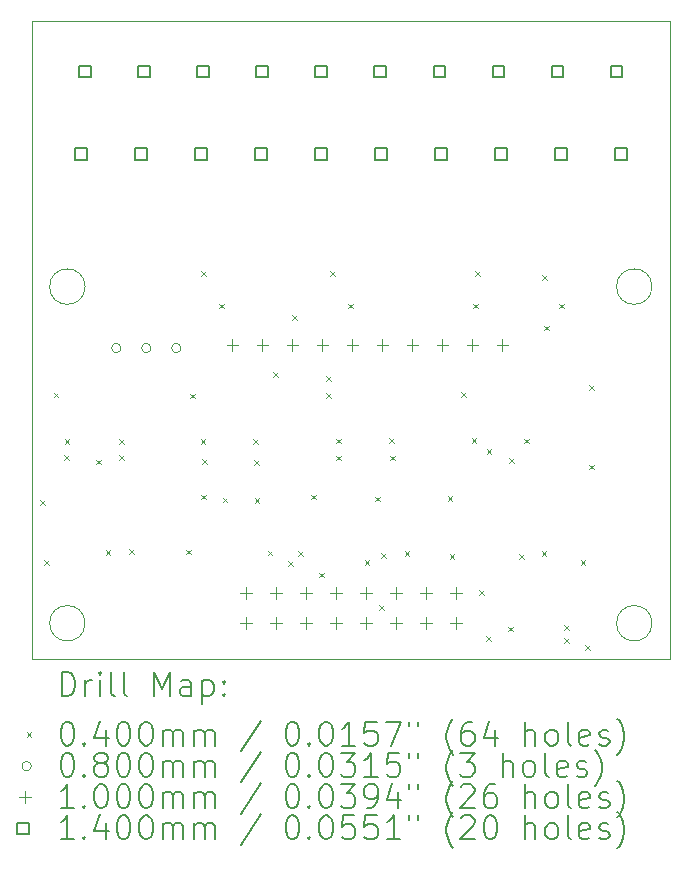
<source format=gbr>
%TF.GenerationSoftware,KiCad,Pcbnew,6.0.11+dfsg-1~bpo11+1*%
%TF.CreationDate,2023-07-05T16:39:27+02:00*%
%TF.ProjectId,ain4rib21,61696e34-7269-4623-9231-2e6b69636164,1.1*%
%TF.SameCoordinates,Original*%
%TF.FileFunction,Drillmap*%
%TF.FilePolarity,Positive*%
%FSLAX45Y45*%
G04 Gerber Fmt 4.5, Leading zero omitted, Abs format (unit mm)*
G04 Created by KiCad (PCBNEW 6.0.11+dfsg-1~bpo11+1) date 2023-07-05 16:39:27*
%MOMM*%
%LPD*%
G01*
G04 APERTURE LIST*
%ADD10C,0.100000*%
%ADD11C,0.200000*%
%ADD12C,0.040000*%
%ADD13C,0.080000*%
%ADD14C,0.140000*%
G04 APERTURE END LIST*
D10*
X18050000Y-11700000D02*
G75*
G03*
X18050000Y-11700000I-150000J0D01*
G01*
X13250000Y-8850000D02*
G75*
G03*
X13250000Y-8850000I-150000J0D01*
G01*
X18050000Y-8850000D02*
G75*
G03*
X18050000Y-8850000I-150000J0D01*
G01*
X13250000Y-11700000D02*
G75*
G03*
X13250000Y-11700000I-150000J0D01*
G01*
X12800000Y-12000000D02*
X18200000Y-12000000D01*
X18200000Y-12000000D02*
X18200000Y-6600000D01*
X18200000Y-6600000D02*
X12800000Y-6600000D01*
X12800000Y-6600000D02*
X12800000Y-12000000D01*
D11*
D12*
X12868000Y-10658000D02*
X12908000Y-10698000D01*
X12908000Y-10658000D02*
X12868000Y-10698000D01*
X12905000Y-11165000D02*
X12945000Y-11205000D01*
X12945000Y-11165000D02*
X12905000Y-11205000D01*
X12983000Y-9748000D02*
X13023000Y-9788000D01*
X13023000Y-9748000D02*
X12983000Y-9788000D01*
X13075770Y-10275770D02*
X13115770Y-10315770D01*
X13115770Y-10275770D02*
X13075770Y-10315770D01*
X13077000Y-10139000D02*
X13117000Y-10179000D01*
X13117000Y-10139000D02*
X13077000Y-10179000D01*
X13345000Y-10315000D02*
X13385000Y-10355000D01*
X13385000Y-10315000D02*
X13345000Y-10355000D01*
X13425000Y-11080000D02*
X13465000Y-11120000D01*
X13465000Y-11080000D02*
X13425000Y-11120000D01*
X13537000Y-10275000D02*
X13577000Y-10315000D01*
X13577000Y-10275000D02*
X13537000Y-10315000D01*
X13538000Y-10141000D02*
X13578000Y-10181000D01*
X13578000Y-10141000D02*
X13538000Y-10181000D01*
X13625000Y-11075000D02*
X13665000Y-11115000D01*
X13665000Y-11075000D02*
X13625000Y-11115000D01*
X14105000Y-11077550D02*
X14145000Y-11117550D01*
X14145000Y-11077550D02*
X14105000Y-11117550D01*
X14142000Y-9756000D02*
X14182000Y-9796000D01*
X14182000Y-9756000D02*
X14142000Y-9796000D01*
X14229550Y-10139847D02*
X14269550Y-10179847D01*
X14269550Y-10139847D02*
X14229550Y-10179847D01*
X14234000Y-10610000D02*
X14274000Y-10650000D01*
X14274000Y-10610000D02*
X14234000Y-10650000D01*
X14235000Y-8718000D02*
X14275000Y-8758000D01*
X14275000Y-8718000D02*
X14235000Y-8758000D01*
X14242000Y-10310000D02*
X14282000Y-10350000D01*
X14282000Y-10310000D02*
X14242000Y-10350000D01*
X14383000Y-8993000D02*
X14423000Y-9033000D01*
X14423000Y-8993000D02*
X14383000Y-9033000D01*
X14414000Y-10636000D02*
X14454000Y-10676000D01*
X14454000Y-10636000D02*
X14414000Y-10676000D01*
X14676000Y-10139000D02*
X14716000Y-10179000D01*
X14716000Y-10139000D02*
X14676000Y-10179000D01*
X14682000Y-10317450D02*
X14722000Y-10357450D01*
X14722000Y-10317450D02*
X14682000Y-10357450D01*
X14686000Y-10640000D02*
X14726000Y-10680000D01*
X14726000Y-10640000D02*
X14686000Y-10680000D01*
X14797000Y-11085000D02*
X14837000Y-11125000D01*
X14837000Y-11085000D02*
X14797000Y-11125000D01*
X14845000Y-9575000D02*
X14885000Y-9615000D01*
X14885000Y-9575000D02*
X14845000Y-9615000D01*
X14967000Y-11173000D02*
X15007000Y-11213000D01*
X15007000Y-11173000D02*
X14967000Y-11213000D01*
X15002500Y-9092500D02*
X15042500Y-9132500D01*
X15042500Y-9092500D02*
X15002500Y-9132500D01*
X15052500Y-11092500D02*
X15092500Y-11132500D01*
X15092500Y-11092500D02*
X15052500Y-11132500D01*
X15162000Y-10612000D02*
X15202000Y-10652000D01*
X15202000Y-10612000D02*
X15162000Y-10652000D01*
X15230000Y-11272500D02*
X15270000Y-11312500D01*
X15270000Y-11272500D02*
X15230000Y-11312500D01*
X15290000Y-9605000D02*
X15330000Y-9645000D01*
X15330000Y-9605000D02*
X15290000Y-9645000D01*
X15293000Y-9754000D02*
X15333000Y-9794000D01*
X15333000Y-9754000D02*
X15293000Y-9794000D01*
X15323000Y-8718000D02*
X15363000Y-8758000D01*
X15363000Y-8718000D02*
X15323000Y-8758000D01*
X15375957Y-10280408D02*
X15415957Y-10320408D01*
X15415957Y-10280408D02*
X15375957Y-10320408D01*
X15378550Y-10138000D02*
X15418550Y-10178000D01*
X15418550Y-10138000D02*
X15378550Y-10178000D01*
X15477000Y-8993000D02*
X15517000Y-9033000D01*
X15517000Y-8993000D02*
X15477000Y-9033000D01*
X15617500Y-11167500D02*
X15657500Y-11207500D01*
X15657500Y-11167500D02*
X15617500Y-11207500D01*
X15704000Y-10629000D02*
X15744000Y-10669000D01*
X15744000Y-10629000D02*
X15704000Y-10669000D01*
X15742000Y-11549000D02*
X15782000Y-11589000D01*
X15782000Y-11549000D02*
X15742000Y-11589000D01*
X15758000Y-11106000D02*
X15798000Y-11146000D01*
X15798000Y-11106000D02*
X15758000Y-11146000D01*
X15823000Y-10134000D02*
X15863000Y-10174000D01*
X15863000Y-10134000D02*
X15823000Y-10174000D01*
X15831000Y-10280000D02*
X15871000Y-10320000D01*
X15871000Y-10280000D02*
X15831000Y-10320000D01*
X15956000Y-11091000D02*
X15996000Y-11131000D01*
X15996000Y-11091000D02*
X15956000Y-11131000D01*
X16320000Y-10622000D02*
X16360000Y-10662000D01*
X16360000Y-10622000D02*
X16320000Y-10662000D01*
X16336000Y-11117000D02*
X16376000Y-11157000D01*
X16376000Y-11117000D02*
X16336000Y-11157000D01*
X16437000Y-9743000D02*
X16477000Y-9783000D01*
X16477000Y-9743000D02*
X16437000Y-9783000D01*
X16523000Y-10134000D02*
X16563000Y-10174000D01*
X16563000Y-10134000D02*
X16523000Y-10174000D01*
X16537000Y-8993000D02*
X16577000Y-9033000D01*
X16577000Y-8993000D02*
X16537000Y-9033000D01*
X16553000Y-8719000D02*
X16593000Y-8759000D01*
X16593000Y-8719000D02*
X16553000Y-8759000D01*
X16585000Y-11421000D02*
X16625000Y-11461000D01*
X16625000Y-11421000D02*
X16585000Y-11461000D01*
X16647000Y-11810550D02*
X16687000Y-11850550D01*
X16687000Y-11810550D02*
X16647000Y-11850550D01*
X16650000Y-10226000D02*
X16690000Y-10266000D01*
X16690000Y-10226000D02*
X16650000Y-10266000D01*
X16832000Y-11729000D02*
X16872000Y-11769000D01*
X16872000Y-11729000D02*
X16832000Y-11769000D01*
X16842000Y-10304000D02*
X16882000Y-10344000D01*
X16882000Y-10304000D02*
X16842000Y-10344000D01*
X16924000Y-11116000D02*
X16964000Y-11156000D01*
X16964000Y-11116000D02*
X16924000Y-11156000D01*
X16967000Y-10136000D02*
X17007000Y-10176000D01*
X17007000Y-10136000D02*
X16967000Y-10176000D01*
X17117000Y-11089000D02*
X17157000Y-11129000D01*
X17157000Y-11089000D02*
X17117000Y-11129000D01*
X17122000Y-8751000D02*
X17162000Y-8791000D01*
X17162000Y-8751000D02*
X17122000Y-8791000D01*
X17140000Y-9180000D02*
X17180000Y-9220000D01*
X17180000Y-9180000D02*
X17140000Y-9220000D01*
X17263000Y-8993000D02*
X17303000Y-9033000D01*
X17303000Y-8993000D02*
X17263000Y-9033000D01*
X17305000Y-11714000D02*
X17345000Y-11754000D01*
X17345000Y-11714000D02*
X17305000Y-11754000D01*
X17308000Y-11827000D02*
X17348000Y-11867000D01*
X17348000Y-11827000D02*
X17308000Y-11867000D01*
X17446000Y-11164000D02*
X17486000Y-11204000D01*
X17486000Y-11164000D02*
X17446000Y-11204000D01*
X17482000Y-11885000D02*
X17522000Y-11925000D01*
X17522000Y-11885000D02*
X17482000Y-11925000D01*
X17517500Y-9685000D02*
X17557500Y-9725000D01*
X17557500Y-9685000D02*
X17517500Y-9725000D01*
X17521000Y-10356000D02*
X17561000Y-10396000D01*
X17561000Y-10356000D02*
X17521000Y-10396000D01*
D13*
X13555000Y-9370000D02*
G75*
G03*
X13555000Y-9370000I-40000J0D01*
G01*
X13809000Y-9370000D02*
G75*
G03*
X13809000Y-9370000I-40000J0D01*
G01*
X14063000Y-9370000D02*
G75*
G03*
X14063000Y-9370000I-40000J0D01*
G01*
D10*
X14498000Y-9295000D02*
X14498000Y-9395000D01*
X14448000Y-9345000D02*
X14548000Y-9345000D01*
X14611000Y-11393250D02*
X14611000Y-11493250D01*
X14561000Y-11443250D02*
X14661000Y-11443250D01*
X14611000Y-11647250D02*
X14611000Y-11747250D01*
X14561000Y-11697250D02*
X14661000Y-11697250D01*
X14752000Y-9295000D02*
X14752000Y-9395000D01*
X14702000Y-9345000D02*
X14802000Y-9345000D01*
X14865000Y-11393250D02*
X14865000Y-11493250D01*
X14815000Y-11443250D02*
X14915000Y-11443250D01*
X14865000Y-11647250D02*
X14865000Y-11747250D01*
X14815000Y-11697250D02*
X14915000Y-11697250D01*
X15006000Y-9295000D02*
X15006000Y-9395000D01*
X14956000Y-9345000D02*
X15056000Y-9345000D01*
X15119000Y-11393250D02*
X15119000Y-11493250D01*
X15069000Y-11443250D02*
X15169000Y-11443250D01*
X15119000Y-11647250D02*
X15119000Y-11747250D01*
X15069000Y-11697250D02*
X15169000Y-11697250D01*
X15260000Y-9295000D02*
X15260000Y-9395000D01*
X15210000Y-9345000D02*
X15310000Y-9345000D01*
X15373000Y-11393250D02*
X15373000Y-11493250D01*
X15323000Y-11443250D02*
X15423000Y-11443250D01*
X15373000Y-11647250D02*
X15373000Y-11747250D01*
X15323000Y-11697250D02*
X15423000Y-11697250D01*
X15514000Y-9295000D02*
X15514000Y-9395000D01*
X15464000Y-9345000D02*
X15564000Y-9345000D01*
X15627000Y-11393250D02*
X15627000Y-11493250D01*
X15577000Y-11443250D02*
X15677000Y-11443250D01*
X15627000Y-11647250D02*
X15627000Y-11747250D01*
X15577000Y-11697250D02*
X15677000Y-11697250D01*
X15768000Y-9295000D02*
X15768000Y-9395000D01*
X15718000Y-9345000D02*
X15818000Y-9345000D01*
X15881000Y-11393250D02*
X15881000Y-11493250D01*
X15831000Y-11443250D02*
X15931000Y-11443250D01*
X15881000Y-11647250D02*
X15881000Y-11747250D01*
X15831000Y-11697250D02*
X15931000Y-11697250D01*
X16022000Y-9295000D02*
X16022000Y-9395000D01*
X15972000Y-9345000D02*
X16072000Y-9345000D01*
X16135000Y-11393250D02*
X16135000Y-11493250D01*
X16085000Y-11443250D02*
X16185000Y-11443250D01*
X16135000Y-11647250D02*
X16135000Y-11747250D01*
X16085000Y-11697250D02*
X16185000Y-11697250D01*
X16276000Y-9295000D02*
X16276000Y-9395000D01*
X16226000Y-9345000D02*
X16326000Y-9345000D01*
X16389000Y-11393250D02*
X16389000Y-11493250D01*
X16339000Y-11443250D02*
X16439000Y-11443250D01*
X16389000Y-11647250D02*
X16389000Y-11747250D01*
X16339000Y-11697250D02*
X16439000Y-11697250D01*
X16530000Y-9295000D02*
X16530000Y-9395000D01*
X16480000Y-9345000D02*
X16580000Y-9345000D01*
X16784000Y-9295000D02*
X16784000Y-9395000D01*
X16734000Y-9345000D02*
X16834000Y-9345000D01*
D14*
X13263498Y-7777248D02*
X13263498Y-7678252D01*
X13164502Y-7678252D01*
X13164502Y-7777248D01*
X13263498Y-7777248D01*
X13299498Y-7077248D02*
X13299498Y-6978252D01*
X13200502Y-6978252D01*
X13200502Y-7077248D01*
X13299498Y-7077248D01*
X13771498Y-7777248D02*
X13771498Y-7678252D01*
X13672502Y-7678252D01*
X13672502Y-7777248D01*
X13771498Y-7777248D01*
X13799498Y-7077248D02*
X13799498Y-6978252D01*
X13700502Y-6978252D01*
X13700502Y-7077248D01*
X13799498Y-7077248D01*
X14279498Y-7777248D02*
X14279498Y-7678252D01*
X14180502Y-7678252D01*
X14180502Y-7777248D01*
X14279498Y-7777248D01*
X14299498Y-7077248D02*
X14299498Y-6978252D01*
X14200502Y-6978252D01*
X14200502Y-7077248D01*
X14299498Y-7077248D01*
X14787498Y-7777248D02*
X14787498Y-7678252D01*
X14688502Y-7678252D01*
X14688502Y-7777248D01*
X14787498Y-7777248D01*
X14799498Y-7077248D02*
X14799498Y-6978252D01*
X14700502Y-6978252D01*
X14700502Y-7077248D01*
X14799498Y-7077248D01*
X15295498Y-7777248D02*
X15295498Y-7678252D01*
X15196502Y-7678252D01*
X15196502Y-7777248D01*
X15295498Y-7777248D01*
X15299498Y-7077248D02*
X15299498Y-6978252D01*
X15200502Y-6978252D01*
X15200502Y-7077248D01*
X15299498Y-7077248D01*
X15799498Y-7077248D02*
X15799498Y-6978252D01*
X15700502Y-6978252D01*
X15700502Y-7077248D01*
X15799498Y-7077248D01*
X15803498Y-7777248D02*
X15803498Y-7678252D01*
X15704502Y-7678252D01*
X15704502Y-7777248D01*
X15803498Y-7777248D01*
X16299498Y-7077248D02*
X16299498Y-6978252D01*
X16200502Y-6978252D01*
X16200502Y-7077248D01*
X16299498Y-7077248D01*
X16311498Y-7777248D02*
X16311498Y-7678252D01*
X16212502Y-7678252D01*
X16212502Y-7777248D01*
X16311498Y-7777248D01*
X16799498Y-7077248D02*
X16799498Y-6978252D01*
X16700502Y-6978252D01*
X16700502Y-7077248D01*
X16799498Y-7077248D01*
X16819498Y-7777248D02*
X16819498Y-7678252D01*
X16720502Y-7678252D01*
X16720502Y-7777248D01*
X16819498Y-7777248D01*
X17299498Y-7077248D02*
X17299498Y-6978252D01*
X17200502Y-6978252D01*
X17200502Y-7077248D01*
X17299498Y-7077248D01*
X17327498Y-7777248D02*
X17327498Y-7678252D01*
X17228502Y-7678252D01*
X17228502Y-7777248D01*
X17327498Y-7777248D01*
X17799498Y-7077248D02*
X17799498Y-6978252D01*
X17700502Y-6978252D01*
X17700502Y-7077248D01*
X17799498Y-7077248D01*
X17835498Y-7777248D02*
X17835498Y-7678252D01*
X17736502Y-7678252D01*
X17736502Y-7777248D01*
X17835498Y-7777248D01*
D11*
X13052619Y-12315476D02*
X13052619Y-12115476D01*
X13100238Y-12115476D01*
X13128809Y-12125000D01*
X13147857Y-12144048D01*
X13157381Y-12163095D01*
X13166905Y-12201190D01*
X13166905Y-12229762D01*
X13157381Y-12267857D01*
X13147857Y-12286905D01*
X13128809Y-12305952D01*
X13100238Y-12315476D01*
X13052619Y-12315476D01*
X13252619Y-12315476D02*
X13252619Y-12182143D01*
X13252619Y-12220238D02*
X13262143Y-12201190D01*
X13271667Y-12191667D01*
X13290714Y-12182143D01*
X13309762Y-12182143D01*
X13376428Y-12315476D02*
X13376428Y-12182143D01*
X13376428Y-12115476D02*
X13366905Y-12125000D01*
X13376428Y-12134524D01*
X13385952Y-12125000D01*
X13376428Y-12115476D01*
X13376428Y-12134524D01*
X13500238Y-12315476D02*
X13481190Y-12305952D01*
X13471667Y-12286905D01*
X13471667Y-12115476D01*
X13605000Y-12315476D02*
X13585952Y-12305952D01*
X13576428Y-12286905D01*
X13576428Y-12115476D01*
X13833571Y-12315476D02*
X13833571Y-12115476D01*
X13900238Y-12258333D01*
X13966905Y-12115476D01*
X13966905Y-12315476D01*
X14147857Y-12315476D02*
X14147857Y-12210714D01*
X14138333Y-12191667D01*
X14119286Y-12182143D01*
X14081190Y-12182143D01*
X14062143Y-12191667D01*
X14147857Y-12305952D02*
X14128809Y-12315476D01*
X14081190Y-12315476D01*
X14062143Y-12305952D01*
X14052619Y-12286905D01*
X14052619Y-12267857D01*
X14062143Y-12248809D01*
X14081190Y-12239286D01*
X14128809Y-12239286D01*
X14147857Y-12229762D01*
X14243095Y-12182143D02*
X14243095Y-12382143D01*
X14243095Y-12191667D02*
X14262143Y-12182143D01*
X14300238Y-12182143D01*
X14319286Y-12191667D01*
X14328809Y-12201190D01*
X14338333Y-12220238D01*
X14338333Y-12277381D01*
X14328809Y-12296428D01*
X14319286Y-12305952D01*
X14300238Y-12315476D01*
X14262143Y-12315476D01*
X14243095Y-12305952D01*
X14424048Y-12296428D02*
X14433571Y-12305952D01*
X14424048Y-12315476D01*
X14414524Y-12305952D01*
X14424048Y-12296428D01*
X14424048Y-12315476D01*
X14424048Y-12191667D02*
X14433571Y-12201190D01*
X14424048Y-12210714D01*
X14414524Y-12201190D01*
X14424048Y-12191667D01*
X14424048Y-12210714D01*
D12*
X12755000Y-12625000D02*
X12795000Y-12665000D01*
X12795000Y-12625000D02*
X12755000Y-12665000D01*
D11*
X13090714Y-12535476D02*
X13109762Y-12535476D01*
X13128809Y-12545000D01*
X13138333Y-12554524D01*
X13147857Y-12573571D01*
X13157381Y-12611667D01*
X13157381Y-12659286D01*
X13147857Y-12697381D01*
X13138333Y-12716428D01*
X13128809Y-12725952D01*
X13109762Y-12735476D01*
X13090714Y-12735476D01*
X13071667Y-12725952D01*
X13062143Y-12716428D01*
X13052619Y-12697381D01*
X13043095Y-12659286D01*
X13043095Y-12611667D01*
X13052619Y-12573571D01*
X13062143Y-12554524D01*
X13071667Y-12545000D01*
X13090714Y-12535476D01*
X13243095Y-12716428D02*
X13252619Y-12725952D01*
X13243095Y-12735476D01*
X13233571Y-12725952D01*
X13243095Y-12716428D01*
X13243095Y-12735476D01*
X13424048Y-12602143D02*
X13424048Y-12735476D01*
X13376428Y-12525952D02*
X13328809Y-12668809D01*
X13452619Y-12668809D01*
X13566905Y-12535476D02*
X13585952Y-12535476D01*
X13605000Y-12545000D01*
X13614524Y-12554524D01*
X13624048Y-12573571D01*
X13633571Y-12611667D01*
X13633571Y-12659286D01*
X13624048Y-12697381D01*
X13614524Y-12716428D01*
X13605000Y-12725952D01*
X13585952Y-12735476D01*
X13566905Y-12735476D01*
X13547857Y-12725952D01*
X13538333Y-12716428D01*
X13528809Y-12697381D01*
X13519286Y-12659286D01*
X13519286Y-12611667D01*
X13528809Y-12573571D01*
X13538333Y-12554524D01*
X13547857Y-12545000D01*
X13566905Y-12535476D01*
X13757381Y-12535476D02*
X13776428Y-12535476D01*
X13795476Y-12545000D01*
X13805000Y-12554524D01*
X13814524Y-12573571D01*
X13824048Y-12611667D01*
X13824048Y-12659286D01*
X13814524Y-12697381D01*
X13805000Y-12716428D01*
X13795476Y-12725952D01*
X13776428Y-12735476D01*
X13757381Y-12735476D01*
X13738333Y-12725952D01*
X13728809Y-12716428D01*
X13719286Y-12697381D01*
X13709762Y-12659286D01*
X13709762Y-12611667D01*
X13719286Y-12573571D01*
X13728809Y-12554524D01*
X13738333Y-12545000D01*
X13757381Y-12535476D01*
X13909762Y-12735476D02*
X13909762Y-12602143D01*
X13909762Y-12621190D02*
X13919286Y-12611667D01*
X13938333Y-12602143D01*
X13966905Y-12602143D01*
X13985952Y-12611667D01*
X13995476Y-12630714D01*
X13995476Y-12735476D01*
X13995476Y-12630714D02*
X14005000Y-12611667D01*
X14024048Y-12602143D01*
X14052619Y-12602143D01*
X14071667Y-12611667D01*
X14081190Y-12630714D01*
X14081190Y-12735476D01*
X14176428Y-12735476D02*
X14176428Y-12602143D01*
X14176428Y-12621190D02*
X14185952Y-12611667D01*
X14205000Y-12602143D01*
X14233571Y-12602143D01*
X14252619Y-12611667D01*
X14262143Y-12630714D01*
X14262143Y-12735476D01*
X14262143Y-12630714D02*
X14271667Y-12611667D01*
X14290714Y-12602143D01*
X14319286Y-12602143D01*
X14338333Y-12611667D01*
X14347857Y-12630714D01*
X14347857Y-12735476D01*
X14738333Y-12525952D02*
X14566905Y-12783095D01*
X14995476Y-12535476D02*
X15014524Y-12535476D01*
X15033571Y-12545000D01*
X15043095Y-12554524D01*
X15052619Y-12573571D01*
X15062143Y-12611667D01*
X15062143Y-12659286D01*
X15052619Y-12697381D01*
X15043095Y-12716428D01*
X15033571Y-12725952D01*
X15014524Y-12735476D01*
X14995476Y-12735476D01*
X14976428Y-12725952D01*
X14966905Y-12716428D01*
X14957381Y-12697381D01*
X14947857Y-12659286D01*
X14947857Y-12611667D01*
X14957381Y-12573571D01*
X14966905Y-12554524D01*
X14976428Y-12545000D01*
X14995476Y-12535476D01*
X15147857Y-12716428D02*
X15157381Y-12725952D01*
X15147857Y-12735476D01*
X15138333Y-12725952D01*
X15147857Y-12716428D01*
X15147857Y-12735476D01*
X15281190Y-12535476D02*
X15300238Y-12535476D01*
X15319286Y-12545000D01*
X15328809Y-12554524D01*
X15338333Y-12573571D01*
X15347857Y-12611667D01*
X15347857Y-12659286D01*
X15338333Y-12697381D01*
X15328809Y-12716428D01*
X15319286Y-12725952D01*
X15300238Y-12735476D01*
X15281190Y-12735476D01*
X15262143Y-12725952D01*
X15252619Y-12716428D01*
X15243095Y-12697381D01*
X15233571Y-12659286D01*
X15233571Y-12611667D01*
X15243095Y-12573571D01*
X15252619Y-12554524D01*
X15262143Y-12545000D01*
X15281190Y-12535476D01*
X15538333Y-12735476D02*
X15424048Y-12735476D01*
X15481190Y-12735476D02*
X15481190Y-12535476D01*
X15462143Y-12564048D01*
X15443095Y-12583095D01*
X15424048Y-12592619D01*
X15719286Y-12535476D02*
X15624048Y-12535476D01*
X15614524Y-12630714D01*
X15624048Y-12621190D01*
X15643095Y-12611667D01*
X15690714Y-12611667D01*
X15709762Y-12621190D01*
X15719286Y-12630714D01*
X15728809Y-12649762D01*
X15728809Y-12697381D01*
X15719286Y-12716428D01*
X15709762Y-12725952D01*
X15690714Y-12735476D01*
X15643095Y-12735476D01*
X15624048Y-12725952D01*
X15614524Y-12716428D01*
X15795476Y-12535476D02*
X15928809Y-12535476D01*
X15843095Y-12735476D01*
X15995476Y-12535476D02*
X15995476Y-12573571D01*
X16071667Y-12535476D02*
X16071667Y-12573571D01*
X16366905Y-12811667D02*
X16357381Y-12802143D01*
X16338333Y-12773571D01*
X16328809Y-12754524D01*
X16319286Y-12725952D01*
X16309762Y-12678333D01*
X16309762Y-12640238D01*
X16319286Y-12592619D01*
X16328809Y-12564048D01*
X16338333Y-12545000D01*
X16357381Y-12516428D01*
X16366905Y-12506905D01*
X16528809Y-12535476D02*
X16490714Y-12535476D01*
X16471667Y-12545000D01*
X16462143Y-12554524D01*
X16443095Y-12583095D01*
X16433571Y-12621190D01*
X16433571Y-12697381D01*
X16443095Y-12716428D01*
X16452619Y-12725952D01*
X16471667Y-12735476D01*
X16509762Y-12735476D01*
X16528809Y-12725952D01*
X16538333Y-12716428D01*
X16547857Y-12697381D01*
X16547857Y-12649762D01*
X16538333Y-12630714D01*
X16528809Y-12621190D01*
X16509762Y-12611667D01*
X16471667Y-12611667D01*
X16452619Y-12621190D01*
X16443095Y-12630714D01*
X16433571Y-12649762D01*
X16719286Y-12602143D02*
X16719286Y-12735476D01*
X16671667Y-12525952D02*
X16624048Y-12668809D01*
X16747857Y-12668809D01*
X16976429Y-12735476D02*
X16976429Y-12535476D01*
X17062143Y-12735476D02*
X17062143Y-12630714D01*
X17052619Y-12611667D01*
X17033571Y-12602143D01*
X17005000Y-12602143D01*
X16985952Y-12611667D01*
X16976429Y-12621190D01*
X17185952Y-12735476D02*
X17166905Y-12725952D01*
X17157381Y-12716428D01*
X17147857Y-12697381D01*
X17147857Y-12640238D01*
X17157381Y-12621190D01*
X17166905Y-12611667D01*
X17185952Y-12602143D01*
X17214524Y-12602143D01*
X17233571Y-12611667D01*
X17243095Y-12621190D01*
X17252619Y-12640238D01*
X17252619Y-12697381D01*
X17243095Y-12716428D01*
X17233571Y-12725952D01*
X17214524Y-12735476D01*
X17185952Y-12735476D01*
X17366905Y-12735476D02*
X17347857Y-12725952D01*
X17338333Y-12706905D01*
X17338333Y-12535476D01*
X17519286Y-12725952D02*
X17500238Y-12735476D01*
X17462143Y-12735476D01*
X17443095Y-12725952D01*
X17433571Y-12706905D01*
X17433571Y-12630714D01*
X17443095Y-12611667D01*
X17462143Y-12602143D01*
X17500238Y-12602143D01*
X17519286Y-12611667D01*
X17528810Y-12630714D01*
X17528810Y-12649762D01*
X17433571Y-12668809D01*
X17605000Y-12725952D02*
X17624048Y-12735476D01*
X17662143Y-12735476D01*
X17681190Y-12725952D01*
X17690714Y-12706905D01*
X17690714Y-12697381D01*
X17681190Y-12678333D01*
X17662143Y-12668809D01*
X17633571Y-12668809D01*
X17614524Y-12659286D01*
X17605000Y-12640238D01*
X17605000Y-12630714D01*
X17614524Y-12611667D01*
X17633571Y-12602143D01*
X17662143Y-12602143D01*
X17681190Y-12611667D01*
X17757381Y-12811667D02*
X17766905Y-12802143D01*
X17785952Y-12773571D01*
X17795476Y-12754524D01*
X17805000Y-12725952D01*
X17814524Y-12678333D01*
X17814524Y-12640238D01*
X17805000Y-12592619D01*
X17795476Y-12564048D01*
X17785952Y-12545000D01*
X17766905Y-12516428D01*
X17757381Y-12506905D01*
D13*
X12795000Y-12909000D02*
G75*
G03*
X12795000Y-12909000I-40000J0D01*
G01*
D11*
X13090714Y-12799476D02*
X13109762Y-12799476D01*
X13128809Y-12809000D01*
X13138333Y-12818524D01*
X13147857Y-12837571D01*
X13157381Y-12875667D01*
X13157381Y-12923286D01*
X13147857Y-12961381D01*
X13138333Y-12980428D01*
X13128809Y-12989952D01*
X13109762Y-12999476D01*
X13090714Y-12999476D01*
X13071667Y-12989952D01*
X13062143Y-12980428D01*
X13052619Y-12961381D01*
X13043095Y-12923286D01*
X13043095Y-12875667D01*
X13052619Y-12837571D01*
X13062143Y-12818524D01*
X13071667Y-12809000D01*
X13090714Y-12799476D01*
X13243095Y-12980428D02*
X13252619Y-12989952D01*
X13243095Y-12999476D01*
X13233571Y-12989952D01*
X13243095Y-12980428D01*
X13243095Y-12999476D01*
X13366905Y-12885190D02*
X13347857Y-12875667D01*
X13338333Y-12866143D01*
X13328809Y-12847095D01*
X13328809Y-12837571D01*
X13338333Y-12818524D01*
X13347857Y-12809000D01*
X13366905Y-12799476D01*
X13405000Y-12799476D01*
X13424048Y-12809000D01*
X13433571Y-12818524D01*
X13443095Y-12837571D01*
X13443095Y-12847095D01*
X13433571Y-12866143D01*
X13424048Y-12875667D01*
X13405000Y-12885190D01*
X13366905Y-12885190D01*
X13347857Y-12894714D01*
X13338333Y-12904238D01*
X13328809Y-12923286D01*
X13328809Y-12961381D01*
X13338333Y-12980428D01*
X13347857Y-12989952D01*
X13366905Y-12999476D01*
X13405000Y-12999476D01*
X13424048Y-12989952D01*
X13433571Y-12980428D01*
X13443095Y-12961381D01*
X13443095Y-12923286D01*
X13433571Y-12904238D01*
X13424048Y-12894714D01*
X13405000Y-12885190D01*
X13566905Y-12799476D02*
X13585952Y-12799476D01*
X13605000Y-12809000D01*
X13614524Y-12818524D01*
X13624048Y-12837571D01*
X13633571Y-12875667D01*
X13633571Y-12923286D01*
X13624048Y-12961381D01*
X13614524Y-12980428D01*
X13605000Y-12989952D01*
X13585952Y-12999476D01*
X13566905Y-12999476D01*
X13547857Y-12989952D01*
X13538333Y-12980428D01*
X13528809Y-12961381D01*
X13519286Y-12923286D01*
X13519286Y-12875667D01*
X13528809Y-12837571D01*
X13538333Y-12818524D01*
X13547857Y-12809000D01*
X13566905Y-12799476D01*
X13757381Y-12799476D02*
X13776428Y-12799476D01*
X13795476Y-12809000D01*
X13805000Y-12818524D01*
X13814524Y-12837571D01*
X13824048Y-12875667D01*
X13824048Y-12923286D01*
X13814524Y-12961381D01*
X13805000Y-12980428D01*
X13795476Y-12989952D01*
X13776428Y-12999476D01*
X13757381Y-12999476D01*
X13738333Y-12989952D01*
X13728809Y-12980428D01*
X13719286Y-12961381D01*
X13709762Y-12923286D01*
X13709762Y-12875667D01*
X13719286Y-12837571D01*
X13728809Y-12818524D01*
X13738333Y-12809000D01*
X13757381Y-12799476D01*
X13909762Y-12999476D02*
X13909762Y-12866143D01*
X13909762Y-12885190D02*
X13919286Y-12875667D01*
X13938333Y-12866143D01*
X13966905Y-12866143D01*
X13985952Y-12875667D01*
X13995476Y-12894714D01*
X13995476Y-12999476D01*
X13995476Y-12894714D02*
X14005000Y-12875667D01*
X14024048Y-12866143D01*
X14052619Y-12866143D01*
X14071667Y-12875667D01*
X14081190Y-12894714D01*
X14081190Y-12999476D01*
X14176428Y-12999476D02*
X14176428Y-12866143D01*
X14176428Y-12885190D02*
X14185952Y-12875667D01*
X14205000Y-12866143D01*
X14233571Y-12866143D01*
X14252619Y-12875667D01*
X14262143Y-12894714D01*
X14262143Y-12999476D01*
X14262143Y-12894714D02*
X14271667Y-12875667D01*
X14290714Y-12866143D01*
X14319286Y-12866143D01*
X14338333Y-12875667D01*
X14347857Y-12894714D01*
X14347857Y-12999476D01*
X14738333Y-12789952D02*
X14566905Y-13047095D01*
X14995476Y-12799476D02*
X15014524Y-12799476D01*
X15033571Y-12809000D01*
X15043095Y-12818524D01*
X15052619Y-12837571D01*
X15062143Y-12875667D01*
X15062143Y-12923286D01*
X15052619Y-12961381D01*
X15043095Y-12980428D01*
X15033571Y-12989952D01*
X15014524Y-12999476D01*
X14995476Y-12999476D01*
X14976428Y-12989952D01*
X14966905Y-12980428D01*
X14957381Y-12961381D01*
X14947857Y-12923286D01*
X14947857Y-12875667D01*
X14957381Y-12837571D01*
X14966905Y-12818524D01*
X14976428Y-12809000D01*
X14995476Y-12799476D01*
X15147857Y-12980428D02*
X15157381Y-12989952D01*
X15147857Y-12999476D01*
X15138333Y-12989952D01*
X15147857Y-12980428D01*
X15147857Y-12999476D01*
X15281190Y-12799476D02*
X15300238Y-12799476D01*
X15319286Y-12809000D01*
X15328809Y-12818524D01*
X15338333Y-12837571D01*
X15347857Y-12875667D01*
X15347857Y-12923286D01*
X15338333Y-12961381D01*
X15328809Y-12980428D01*
X15319286Y-12989952D01*
X15300238Y-12999476D01*
X15281190Y-12999476D01*
X15262143Y-12989952D01*
X15252619Y-12980428D01*
X15243095Y-12961381D01*
X15233571Y-12923286D01*
X15233571Y-12875667D01*
X15243095Y-12837571D01*
X15252619Y-12818524D01*
X15262143Y-12809000D01*
X15281190Y-12799476D01*
X15414524Y-12799476D02*
X15538333Y-12799476D01*
X15471667Y-12875667D01*
X15500238Y-12875667D01*
X15519286Y-12885190D01*
X15528809Y-12894714D01*
X15538333Y-12913762D01*
X15538333Y-12961381D01*
X15528809Y-12980428D01*
X15519286Y-12989952D01*
X15500238Y-12999476D01*
X15443095Y-12999476D01*
X15424048Y-12989952D01*
X15414524Y-12980428D01*
X15728809Y-12999476D02*
X15614524Y-12999476D01*
X15671667Y-12999476D02*
X15671667Y-12799476D01*
X15652619Y-12828048D01*
X15633571Y-12847095D01*
X15614524Y-12856619D01*
X15909762Y-12799476D02*
X15814524Y-12799476D01*
X15805000Y-12894714D01*
X15814524Y-12885190D01*
X15833571Y-12875667D01*
X15881190Y-12875667D01*
X15900238Y-12885190D01*
X15909762Y-12894714D01*
X15919286Y-12913762D01*
X15919286Y-12961381D01*
X15909762Y-12980428D01*
X15900238Y-12989952D01*
X15881190Y-12999476D01*
X15833571Y-12999476D01*
X15814524Y-12989952D01*
X15805000Y-12980428D01*
X15995476Y-12799476D02*
X15995476Y-12837571D01*
X16071667Y-12799476D02*
X16071667Y-12837571D01*
X16366905Y-13075667D02*
X16357381Y-13066143D01*
X16338333Y-13037571D01*
X16328809Y-13018524D01*
X16319286Y-12989952D01*
X16309762Y-12942333D01*
X16309762Y-12904238D01*
X16319286Y-12856619D01*
X16328809Y-12828048D01*
X16338333Y-12809000D01*
X16357381Y-12780428D01*
X16366905Y-12770905D01*
X16424048Y-12799476D02*
X16547857Y-12799476D01*
X16481190Y-12875667D01*
X16509762Y-12875667D01*
X16528809Y-12885190D01*
X16538333Y-12894714D01*
X16547857Y-12913762D01*
X16547857Y-12961381D01*
X16538333Y-12980428D01*
X16528809Y-12989952D01*
X16509762Y-12999476D01*
X16452619Y-12999476D01*
X16433571Y-12989952D01*
X16424048Y-12980428D01*
X16785952Y-12999476D02*
X16785952Y-12799476D01*
X16871667Y-12999476D02*
X16871667Y-12894714D01*
X16862143Y-12875667D01*
X16843095Y-12866143D01*
X16814524Y-12866143D01*
X16795476Y-12875667D01*
X16785952Y-12885190D01*
X16995476Y-12999476D02*
X16976429Y-12989952D01*
X16966905Y-12980428D01*
X16957381Y-12961381D01*
X16957381Y-12904238D01*
X16966905Y-12885190D01*
X16976429Y-12875667D01*
X16995476Y-12866143D01*
X17024048Y-12866143D01*
X17043095Y-12875667D01*
X17052619Y-12885190D01*
X17062143Y-12904238D01*
X17062143Y-12961381D01*
X17052619Y-12980428D01*
X17043095Y-12989952D01*
X17024048Y-12999476D01*
X16995476Y-12999476D01*
X17176429Y-12999476D02*
X17157381Y-12989952D01*
X17147857Y-12970905D01*
X17147857Y-12799476D01*
X17328810Y-12989952D02*
X17309762Y-12999476D01*
X17271667Y-12999476D01*
X17252619Y-12989952D01*
X17243095Y-12970905D01*
X17243095Y-12894714D01*
X17252619Y-12875667D01*
X17271667Y-12866143D01*
X17309762Y-12866143D01*
X17328810Y-12875667D01*
X17338333Y-12894714D01*
X17338333Y-12913762D01*
X17243095Y-12932809D01*
X17414524Y-12989952D02*
X17433571Y-12999476D01*
X17471667Y-12999476D01*
X17490714Y-12989952D01*
X17500238Y-12970905D01*
X17500238Y-12961381D01*
X17490714Y-12942333D01*
X17471667Y-12932809D01*
X17443095Y-12932809D01*
X17424048Y-12923286D01*
X17414524Y-12904238D01*
X17414524Y-12894714D01*
X17424048Y-12875667D01*
X17443095Y-12866143D01*
X17471667Y-12866143D01*
X17490714Y-12875667D01*
X17566905Y-13075667D02*
X17576429Y-13066143D01*
X17595476Y-13037571D01*
X17605000Y-13018524D01*
X17614524Y-12989952D01*
X17624048Y-12942333D01*
X17624048Y-12904238D01*
X17614524Y-12856619D01*
X17605000Y-12828048D01*
X17595476Y-12809000D01*
X17576429Y-12780428D01*
X17566905Y-12770905D01*
D10*
X12745000Y-13123000D02*
X12745000Y-13223000D01*
X12695000Y-13173000D02*
X12795000Y-13173000D01*
D11*
X13157381Y-13263476D02*
X13043095Y-13263476D01*
X13100238Y-13263476D02*
X13100238Y-13063476D01*
X13081190Y-13092048D01*
X13062143Y-13111095D01*
X13043095Y-13120619D01*
X13243095Y-13244428D02*
X13252619Y-13253952D01*
X13243095Y-13263476D01*
X13233571Y-13253952D01*
X13243095Y-13244428D01*
X13243095Y-13263476D01*
X13376428Y-13063476D02*
X13395476Y-13063476D01*
X13414524Y-13073000D01*
X13424048Y-13082524D01*
X13433571Y-13101571D01*
X13443095Y-13139667D01*
X13443095Y-13187286D01*
X13433571Y-13225381D01*
X13424048Y-13244428D01*
X13414524Y-13253952D01*
X13395476Y-13263476D01*
X13376428Y-13263476D01*
X13357381Y-13253952D01*
X13347857Y-13244428D01*
X13338333Y-13225381D01*
X13328809Y-13187286D01*
X13328809Y-13139667D01*
X13338333Y-13101571D01*
X13347857Y-13082524D01*
X13357381Y-13073000D01*
X13376428Y-13063476D01*
X13566905Y-13063476D02*
X13585952Y-13063476D01*
X13605000Y-13073000D01*
X13614524Y-13082524D01*
X13624048Y-13101571D01*
X13633571Y-13139667D01*
X13633571Y-13187286D01*
X13624048Y-13225381D01*
X13614524Y-13244428D01*
X13605000Y-13253952D01*
X13585952Y-13263476D01*
X13566905Y-13263476D01*
X13547857Y-13253952D01*
X13538333Y-13244428D01*
X13528809Y-13225381D01*
X13519286Y-13187286D01*
X13519286Y-13139667D01*
X13528809Y-13101571D01*
X13538333Y-13082524D01*
X13547857Y-13073000D01*
X13566905Y-13063476D01*
X13757381Y-13063476D02*
X13776428Y-13063476D01*
X13795476Y-13073000D01*
X13805000Y-13082524D01*
X13814524Y-13101571D01*
X13824048Y-13139667D01*
X13824048Y-13187286D01*
X13814524Y-13225381D01*
X13805000Y-13244428D01*
X13795476Y-13253952D01*
X13776428Y-13263476D01*
X13757381Y-13263476D01*
X13738333Y-13253952D01*
X13728809Y-13244428D01*
X13719286Y-13225381D01*
X13709762Y-13187286D01*
X13709762Y-13139667D01*
X13719286Y-13101571D01*
X13728809Y-13082524D01*
X13738333Y-13073000D01*
X13757381Y-13063476D01*
X13909762Y-13263476D02*
X13909762Y-13130143D01*
X13909762Y-13149190D02*
X13919286Y-13139667D01*
X13938333Y-13130143D01*
X13966905Y-13130143D01*
X13985952Y-13139667D01*
X13995476Y-13158714D01*
X13995476Y-13263476D01*
X13995476Y-13158714D02*
X14005000Y-13139667D01*
X14024048Y-13130143D01*
X14052619Y-13130143D01*
X14071667Y-13139667D01*
X14081190Y-13158714D01*
X14081190Y-13263476D01*
X14176428Y-13263476D02*
X14176428Y-13130143D01*
X14176428Y-13149190D02*
X14185952Y-13139667D01*
X14205000Y-13130143D01*
X14233571Y-13130143D01*
X14252619Y-13139667D01*
X14262143Y-13158714D01*
X14262143Y-13263476D01*
X14262143Y-13158714D02*
X14271667Y-13139667D01*
X14290714Y-13130143D01*
X14319286Y-13130143D01*
X14338333Y-13139667D01*
X14347857Y-13158714D01*
X14347857Y-13263476D01*
X14738333Y-13053952D02*
X14566905Y-13311095D01*
X14995476Y-13063476D02*
X15014524Y-13063476D01*
X15033571Y-13073000D01*
X15043095Y-13082524D01*
X15052619Y-13101571D01*
X15062143Y-13139667D01*
X15062143Y-13187286D01*
X15052619Y-13225381D01*
X15043095Y-13244428D01*
X15033571Y-13253952D01*
X15014524Y-13263476D01*
X14995476Y-13263476D01*
X14976428Y-13253952D01*
X14966905Y-13244428D01*
X14957381Y-13225381D01*
X14947857Y-13187286D01*
X14947857Y-13139667D01*
X14957381Y-13101571D01*
X14966905Y-13082524D01*
X14976428Y-13073000D01*
X14995476Y-13063476D01*
X15147857Y-13244428D02*
X15157381Y-13253952D01*
X15147857Y-13263476D01*
X15138333Y-13253952D01*
X15147857Y-13244428D01*
X15147857Y-13263476D01*
X15281190Y-13063476D02*
X15300238Y-13063476D01*
X15319286Y-13073000D01*
X15328809Y-13082524D01*
X15338333Y-13101571D01*
X15347857Y-13139667D01*
X15347857Y-13187286D01*
X15338333Y-13225381D01*
X15328809Y-13244428D01*
X15319286Y-13253952D01*
X15300238Y-13263476D01*
X15281190Y-13263476D01*
X15262143Y-13253952D01*
X15252619Y-13244428D01*
X15243095Y-13225381D01*
X15233571Y-13187286D01*
X15233571Y-13139667D01*
X15243095Y-13101571D01*
X15252619Y-13082524D01*
X15262143Y-13073000D01*
X15281190Y-13063476D01*
X15414524Y-13063476D02*
X15538333Y-13063476D01*
X15471667Y-13139667D01*
X15500238Y-13139667D01*
X15519286Y-13149190D01*
X15528809Y-13158714D01*
X15538333Y-13177762D01*
X15538333Y-13225381D01*
X15528809Y-13244428D01*
X15519286Y-13253952D01*
X15500238Y-13263476D01*
X15443095Y-13263476D01*
X15424048Y-13253952D01*
X15414524Y-13244428D01*
X15633571Y-13263476D02*
X15671667Y-13263476D01*
X15690714Y-13253952D01*
X15700238Y-13244428D01*
X15719286Y-13215857D01*
X15728809Y-13177762D01*
X15728809Y-13101571D01*
X15719286Y-13082524D01*
X15709762Y-13073000D01*
X15690714Y-13063476D01*
X15652619Y-13063476D01*
X15633571Y-13073000D01*
X15624048Y-13082524D01*
X15614524Y-13101571D01*
X15614524Y-13149190D01*
X15624048Y-13168238D01*
X15633571Y-13177762D01*
X15652619Y-13187286D01*
X15690714Y-13187286D01*
X15709762Y-13177762D01*
X15719286Y-13168238D01*
X15728809Y-13149190D01*
X15900238Y-13130143D02*
X15900238Y-13263476D01*
X15852619Y-13053952D02*
X15805000Y-13196809D01*
X15928809Y-13196809D01*
X15995476Y-13063476D02*
X15995476Y-13101571D01*
X16071667Y-13063476D02*
X16071667Y-13101571D01*
X16366905Y-13339667D02*
X16357381Y-13330143D01*
X16338333Y-13301571D01*
X16328809Y-13282524D01*
X16319286Y-13253952D01*
X16309762Y-13206333D01*
X16309762Y-13168238D01*
X16319286Y-13120619D01*
X16328809Y-13092048D01*
X16338333Y-13073000D01*
X16357381Y-13044428D01*
X16366905Y-13034905D01*
X16433571Y-13082524D02*
X16443095Y-13073000D01*
X16462143Y-13063476D01*
X16509762Y-13063476D01*
X16528809Y-13073000D01*
X16538333Y-13082524D01*
X16547857Y-13101571D01*
X16547857Y-13120619D01*
X16538333Y-13149190D01*
X16424048Y-13263476D01*
X16547857Y-13263476D01*
X16719286Y-13063476D02*
X16681190Y-13063476D01*
X16662143Y-13073000D01*
X16652619Y-13082524D01*
X16633571Y-13111095D01*
X16624048Y-13149190D01*
X16624048Y-13225381D01*
X16633571Y-13244428D01*
X16643095Y-13253952D01*
X16662143Y-13263476D01*
X16700238Y-13263476D01*
X16719286Y-13253952D01*
X16728809Y-13244428D01*
X16738333Y-13225381D01*
X16738333Y-13177762D01*
X16728809Y-13158714D01*
X16719286Y-13149190D01*
X16700238Y-13139667D01*
X16662143Y-13139667D01*
X16643095Y-13149190D01*
X16633571Y-13158714D01*
X16624048Y-13177762D01*
X16976429Y-13263476D02*
X16976429Y-13063476D01*
X17062143Y-13263476D02*
X17062143Y-13158714D01*
X17052619Y-13139667D01*
X17033571Y-13130143D01*
X17005000Y-13130143D01*
X16985952Y-13139667D01*
X16976429Y-13149190D01*
X17185952Y-13263476D02*
X17166905Y-13253952D01*
X17157381Y-13244428D01*
X17147857Y-13225381D01*
X17147857Y-13168238D01*
X17157381Y-13149190D01*
X17166905Y-13139667D01*
X17185952Y-13130143D01*
X17214524Y-13130143D01*
X17233571Y-13139667D01*
X17243095Y-13149190D01*
X17252619Y-13168238D01*
X17252619Y-13225381D01*
X17243095Y-13244428D01*
X17233571Y-13253952D01*
X17214524Y-13263476D01*
X17185952Y-13263476D01*
X17366905Y-13263476D02*
X17347857Y-13253952D01*
X17338333Y-13234905D01*
X17338333Y-13063476D01*
X17519286Y-13253952D02*
X17500238Y-13263476D01*
X17462143Y-13263476D01*
X17443095Y-13253952D01*
X17433571Y-13234905D01*
X17433571Y-13158714D01*
X17443095Y-13139667D01*
X17462143Y-13130143D01*
X17500238Y-13130143D01*
X17519286Y-13139667D01*
X17528810Y-13158714D01*
X17528810Y-13177762D01*
X17433571Y-13196809D01*
X17605000Y-13253952D02*
X17624048Y-13263476D01*
X17662143Y-13263476D01*
X17681190Y-13253952D01*
X17690714Y-13234905D01*
X17690714Y-13225381D01*
X17681190Y-13206333D01*
X17662143Y-13196809D01*
X17633571Y-13196809D01*
X17614524Y-13187286D01*
X17605000Y-13168238D01*
X17605000Y-13158714D01*
X17614524Y-13139667D01*
X17633571Y-13130143D01*
X17662143Y-13130143D01*
X17681190Y-13139667D01*
X17757381Y-13339667D02*
X17766905Y-13330143D01*
X17785952Y-13301571D01*
X17795476Y-13282524D01*
X17805000Y-13253952D01*
X17814524Y-13206333D01*
X17814524Y-13168238D01*
X17805000Y-13120619D01*
X17795476Y-13092048D01*
X17785952Y-13073000D01*
X17766905Y-13044428D01*
X17757381Y-13034905D01*
D14*
X12774498Y-13486498D02*
X12774498Y-13387502D01*
X12675502Y-13387502D01*
X12675502Y-13486498D01*
X12774498Y-13486498D01*
D11*
X13157381Y-13527476D02*
X13043095Y-13527476D01*
X13100238Y-13527476D02*
X13100238Y-13327476D01*
X13081190Y-13356048D01*
X13062143Y-13375095D01*
X13043095Y-13384619D01*
X13243095Y-13508428D02*
X13252619Y-13517952D01*
X13243095Y-13527476D01*
X13233571Y-13517952D01*
X13243095Y-13508428D01*
X13243095Y-13527476D01*
X13424048Y-13394143D02*
X13424048Y-13527476D01*
X13376428Y-13317952D02*
X13328809Y-13460809D01*
X13452619Y-13460809D01*
X13566905Y-13327476D02*
X13585952Y-13327476D01*
X13605000Y-13337000D01*
X13614524Y-13346524D01*
X13624048Y-13365571D01*
X13633571Y-13403667D01*
X13633571Y-13451286D01*
X13624048Y-13489381D01*
X13614524Y-13508428D01*
X13605000Y-13517952D01*
X13585952Y-13527476D01*
X13566905Y-13527476D01*
X13547857Y-13517952D01*
X13538333Y-13508428D01*
X13528809Y-13489381D01*
X13519286Y-13451286D01*
X13519286Y-13403667D01*
X13528809Y-13365571D01*
X13538333Y-13346524D01*
X13547857Y-13337000D01*
X13566905Y-13327476D01*
X13757381Y-13327476D02*
X13776428Y-13327476D01*
X13795476Y-13337000D01*
X13805000Y-13346524D01*
X13814524Y-13365571D01*
X13824048Y-13403667D01*
X13824048Y-13451286D01*
X13814524Y-13489381D01*
X13805000Y-13508428D01*
X13795476Y-13517952D01*
X13776428Y-13527476D01*
X13757381Y-13527476D01*
X13738333Y-13517952D01*
X13728809Y-13508428D01*
X13719286Y-13489381D01*
X13709762Y-13451286D01*
X13709762Y-13403667D01*
X13719286Y-13365571D01*
X13728809Y-13346524D01*
X13738333Y-13337000D01*
X13757381Y-13327476D01*
X13909762Y-13527476D02*
X13909762Y-13394143D01*
X13909762Y-13413190D02*
X13919286Y-13403667D01*
X13938333Y-13394143D01*
X13966905Y-13394143D01*
X13985952Y-13403667D01*
X13995476Y-13422714D01*
X13995476Y-13527476D01*
X13995476Y-13422714D02*
X14005000Y-13403667D01*
X14024048Y-13394143D01*
X14052619Y-13394143D01*
X14071667Y-13403667D01*
X14081190Y-13422714D01*
X14081190Y-13527476D01*
X14176428Y-13527476D02*
X14176428Y-13394143D01*
X14176428Y-13413190D02*
X14185952Y-13403667D01*
X14205000Y-13394143D01*
X14233571Y-13394143D01*
X14252619Y-13403667D01*
X14262143Y-13422714D01*
X14262143Y-13527476D01*
X14262143Y-13422714D02*
X14271667Y-13403667D01*
X14290714Y-13394143D01*
X14319286Y-13394143D01*
X14338333Y-13403667D01*
X14347857Y-13422714D01*
X14347857Y-13527476D01*
X14738333Y-13317952D02*
X14566905Y-13575095D01*
X14995476Y-13327476D02*
X15014524Y-13327476D01*
X15033571Y-13337000D01*
X15043095Y-13346524D01*
X15052619Y-13365571D01*
X15062143Y-13403667D01*
X15062143Y-13451286D01*
X15052619Y-13489381D01*
X15043095Y-13508428D01*
X15033571Y-13517952D01*
X15014524Y-13527476D01*
X14995476Y-13527476D01*
X14976428Y-13517952D01*
X14966905Y-13508428D01*
X14957381Y-13489381D01*
X14947857Y-13451286D01*
X14947857Y-13403667D01*
X14957381Y-13365571D01*
X14966905Y-13346524D01*
X14976428Y-13337000D01*
X14995476Y-13327476D01*
X15147857Y-13508428D02*
X15157381Y-13517952D01*
X15147857Y-13527476D01*
X15138333Y-13517952D01*
X15147857Y-13508428D01*
X15147857Y-13527476D01*
X15281190Y-13327476D02*
X15300238Y-13327476D01*
X15319286Y-13337000D01*
X15328809Y-13346524D01*
X15338333Y-13365571D01*
X15347857Y-13403667D01*
X15347857Y-13451286D01*
X15338333Y-13489381D01*
X15328809Y-13508428D01*
X15319286Y-13517952D01*
X15300238Y-13527476D01*
X15281190Y-13527476D01*
X15262143Y-13517952D01*
X15252619Y-13508428D01*
X15243095Y-13489381D01*
X15233571Y-13451286D01*
X15233571Y-13403667D01*
X15243095Y-13365571D01*
X15252619Y-13346524D01*
X15262143Y-13337000D01*
X15281190Y-13327476D01*
X15528809Y-13327476D02*
X15433571Y-13327476D01*
X15424048Y-13422714D01*
X15433571Y-13413190D01*
X15452619Y-13403667D01*
X15500238Y-13403667D01*
X15519286Y-13413190D01*
X15528809Y-13422714D01*
X15538333Y-13441762D01*
X15538333Y-13489381D01*
X15528809Y-13508428D01*
X15519286Y-13517952D01*
X15500238Y-13527476D01*
X15452619Y-13527476D01*
X15433571Y-13517952D01*
X15424048Y-13508428D01*
X15719286Y-13327476D02*
X15624048Y-13327476D01*
X15614524Y-13422714D01*
X15624048Y-13413190D01*
X15643095Y-13403667D01*
X15690714Y-13403667D01*
X15709762Y-13413190D01*
X15719286Y-13422714D01*
X15728809Y-13441762D01*
X15728809Y-13489381D01*
X15719286Y-13508428D01*
X15709762Y-13517952D01*
X15690714Y-13527476D01*
X15643095Y-13527476D01*
X15624048Y-13517952D01*
X15614524Y-13508428D01*
X15919286Y-13527476D02*
X15805000Y-13527476D01*
X15862143Y-13527476D02*
X15862143Y-13327476D01*
X15843095Y-13356048D01*
X15824048Y-13375095D01*
X15805000Y-13384619D01*
X15995476Y-13327476D02*
X15995476Y-13365571D01*
X16071667Y-13327476D02*
X16071667Y-13365571D01*
X16366905Y-13603667D02*
X16357381Y-13594143D01*
X16338333Y-13565571D01*
X16328809Y-13546524D01*
X16319286Y-13517952D01*
X16309762Y-13470333D01*
X16309762Y-13432238D01*
X16319286Y-13384619D01*
X16328809Y-13356048D01*
X16338333Y-13337000D01*
X16357381Y-13308428D01*
X16366905Y-13298905D01*
X16433571Y-13346524D02*
X16443095Y-13337000D01*
X16462143Y-13327476D01*
X16509762Y-13327476D01*
X16528809Y-13337000D01*
X16538333Y-13346524D01*
X16547857Y-13365571D01*
X16547857Y-13384619D01*
X16538333Y-13413190D01*
X16424048Y-13527476D01*
X16547857Y-13527476D01*
X16671667Y-13327476D02*
X16690714Y-13327476D01*
X16709762Y-13337000D01*
X16719286Y-13346524D01*
X16728809Y-13365571D01*
X16738333Y-13403667D01*
X16738333Y-13451286D01*
X16728809Y-13489381D01*
X16719286Y-13508428D01*
X16709762Y-13517952D01*
X16690714Y-13527476D01*
X16671667Y-13527476D01*
X16652619Y-13517952D01*
X16643095Y-13508428D01*
X16633571Y-13489381D01*
X16624048Y-13451286D01*
X16624048Y-13403667D01*
X16633571Y-13365571D01*
X16643095Y-13346524D01*
X16652619Y-13337000D01*
X16671667Y-13327476D01*
X16976429Y-13527476D02*
X16976429Y-13327476D01*
X17062143Y-13527476D02*
X17062143Y-13422714D01*
X17052619Y-13403667D01*
X17033571Y-13394143D01*
X17005000Y-13394143D01*
X16985952Y-13403667D01*
X16976429Y-13413190D01*
X17185952Y-13527476D02*
X17166905Y-13517952D01*
X17157381Y-13508428D01*
X17147857Y-13489381D01*
X17147857Y-13432238D01*
X17157381Y-13413190D01*
X17166905Y-13403667D01*
X17185952Y-13394143D01*
X17214524Y-13394143D01*
X17233571Y-13403667D01*
X17243095Y-13413190D01*
X17252619Y-13432238D01*
X17252619Y-13489381D01*
X17243095Y-13508428D01*
X17233571Y-13517952D01*
X17214524Y-13527476D01*
X17185952Y-13527476D01*
X17366905Y-13527476D02*
X17347857Y-13517952D01*
X17338333Y-13498905D01*
X17338333Y-13327476D01*
X17519286Y-13517952D02*
X17500238Y-13527476D01*
X17462143Y-13527476D01*
X17443095Y-13517952D01*
X17433571Y-13498905D01*
X17433571Y-13422714D01*
X17443095Y-13403667D01*
X17462143Y-13394143D01*
X17500238Y-13394143D01*
X17519286Y-13403667D01*
X17528810Y-13422714D01*
X17528810Y-13441762D01*
X17433571Y-13460809D01*
X17605000Y-13517952D02*
X17624048Y-13527476D01*
X17662143Y-13527476D01*
X17681190Y-13517952D01*
X17690714Y-13498905D01*
X17690714Y-13489381D01*
X17681190Y-13470333D01*
X17662143Y-13460809D01*
X17633571Y-13460809D01*
X17614524Y-13451286D01*
X17605000Y-13432238D01*
X17605000Y-13422714D01*
X17614524Y-13403667D01*
X17633571Y-13394143D01*
X17662143Y-13394143D01*
X17681190Y-13403667D01*
X17757381Y-13603667D02*
X17766905Y-13594143D01*
X17785952Y-13565571D01*
X17795476Y-13546524D01*
X17805000Y-13517952D01*
X17814524Y-13470333D01*
X17814524Y-13432238D01*
X17805000Y-13384619D01*
X17795476Y-13356048D01*
X17785952Y-13337000D01*
X17766905Y-13308428D01*
X17757381Y-13298905D01*
M02*

</source>
